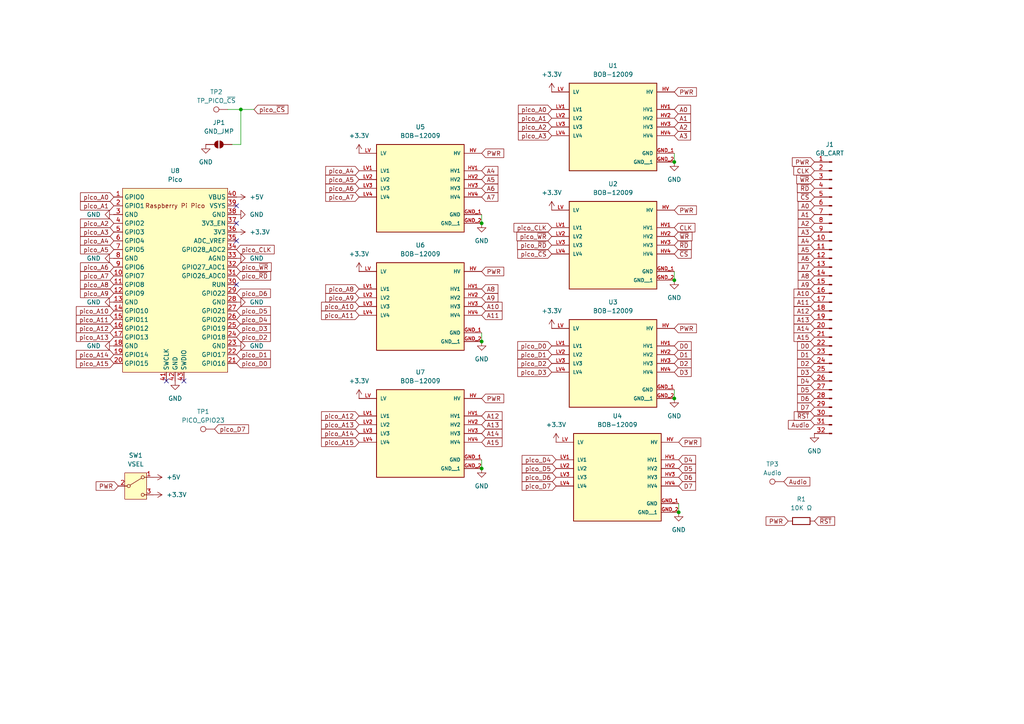
<source format=kicad_sch>
(kicad_sch (version 20231120) (generator "eeschema") (generator_version "8.0")
  (paper "A4")
  (title_block (title "Shawazu GB Dumper") (date "2024-03-28") (rev "1.0") (company "tihmstar"))
  (lib_symbols
    (symbol "BOB-12009:BOB-12009" (pin_names (offset 1.016))
      (property "Reference" "U" (at -12.7 11.43 0))
      (property "Value" "BOB-12009" (at -12.7 -17.78 0))
      (symbol "BOB-12009_0_0"
        (rectangle (start -12.7 -15.24) (end 12.7 10.16) (stroke (width 0.254)) (fill (type background)))
        (pin power_in line (at 17.78 -10.16 180) (length 5.08) (name "GND") (number "GND_1"))
        (pin power_in line (at 17.78 -12.7 180) (length 5.08) (name "GND__1") (number "GND_2"))
        (pin bidirectional line (at 17.78 7.62 180) (length 5.08) (name "HV") (number "HV"))
        (pin bidirectional line (at 17.78 2.54 180) (length 5.08) (name "HV1") (number "HV1"))
        (pin bidirectional line (at 17.78 0 180) (length 5.08) (name "HV2") (number "HV2"))
        (pin bidirectional line (at 17.78 -2.54 180) (length 5.08) (name "HV3") (number "HV3"))
        (pin bidirectional line (at 17.78 -5.08 180) (length 5.08) (name "HV4") (number "HV4"))
        (pin bidirectional line (at -17.78 7.62 0) (length 5.08) (name "LV") (number "LV"))
        (pin bidirectional line (at -17.78 2.54 0) (length 5.08) (name "LV1") (number "LV1"))
        (pin bidirectional line (at -17.78 0 0) (length 5.08) (name "LV2") (number "LV2"))
        (pin bidirectional line (at -17.78 -2.54 0) (length 5.08) (name "LV3") (number "LV3"))
        (pin bidirectional line (at -17.78 -5.08 0) (length 5.08) (name "LV4") (number "LV4"))
      )
    )
    (symbol "Connector:Conn_01x32_Pin" (pin_names (offset 1.016) hide)
      (property "Reference" "J" (at 0 40.64 0))
      (property "Value" "Conn_01x32_Pin" (at 0 -43.18 0))
      (symbol "Conn_01x32_Pin_1_1"
        (polyline (pts (xy 1.27 -40.64) (xy 0.8636 -40.64)) (stroke (width 0.1524)))
        (polyline (pts (xy 1.27 -38.1) (xy 0.8636 -38.1)) (stroke (width 0.1524)))
        (polyline (pts (xy 1.27 -35.56) (xy 0.8636 -35.56)) (stroke (width 0.1524)))
        (polyline (pts (xy 1.27 -33.02) (xy 0.8636 -33.02)) (stroke (width 0.1524)))
        (polyline (pts (xy 1.27 -30.48) (xy 0.8636 -30.48)) (stroke (width 0.1524)))
        (polyline (pts (xy 1.27 -27.94) (xy 0.8636 -27.94)) (stroke (width 0.1524)))
        (polyline (pts (xy 1.27 -25.4) (xy 0.8636 -25.4)) (stroke (width 0.1524)))
        (polyline (pts (xy 1.27 -22.86) (xy 0.8636 -22.86)) (stroke (width 0.1524)))
        (polyline (pts (xy 1.27 -20.32) (xy 0.8636 -20.32)) (stroke (width 0.1524)))
        (polyline (pts (xy 1.27 -17.78) (xy 0.8636 -17.78)) (stroke (width 0.1524)))
        (polyline (pts (xy 1.27 -15.24) (xy 0.8636 -15.24)) (stroke (width 0.1524)))
        (polyline (pts (xy 1.27 -12.7) (xy 0.8636 -12.7)) (stroke (width 0.1524)))
        (polyline (pts (xy 1.27 -10.16) (xy 0.8636 -10.16)) (stroke (width 0.1524)))
        (polyline (pts (xy 1.27 -7.62) (xy 0.8636 -7.62)) (stroke (width 0.1524)))
        (polyline (pts (xy 1.27 -5.08) (xy 0.8636 -5.08)) (stroke (width 0.1524)))
        (polyline (pts (xy 1.27 -2.54) (xy 0.8636 -2.54)) (stroke (width 0.1524)))
        (polyline (pts (xy 1.27 0) (xy 0.8636 0)) (stroke (width 0.1524)))
        (polyline (pts (xy 1.27 2.54) (xy 0.8636 2.54)) (stroke (width 0.1524)))
        (polyline (pts (xy 1.27 5.08) (xy 0.8636 5.08)) (stroke (width 0.1524)))
        (polyline (pts (xy 1.27 7.62) (xy 0.8636 7.62)) (stroke (width 0.1524)))
        (polyline (pts (xy 1.27 10.16) (xy 0.8636 10.16)) (stroke (width 0.1524)))
        (polyline (pts (xy 1.27 12.7) (xy 0.8636 12.7)) (stroke (width 0.1524)))
        (polyline (pts (xy 1.27 15.24) (xy 0.8636 15.24)) (stroke (width 0.1524)))
        (polyline (pts (xy 1.27 17.78) (xy 0.8636 17.78)) (stroke (width 0.1524)))
        (polyline (pts (xy 1.27 20.32) (xy 0.8636 20.32)) (stroke (width 0.1524)))
        (polyline (pts (xy 1.27 22.86) (xy 0.8636 22.86)) (stroke (width 0.1524)))
        (polyline (pts (xy 1.27 25.4) (xy 0.8636 25.4)) (stroke (width 0.1524)))
        (polyline (pts (xy 1.27 27.94) (xy 0.8636 27.94)) (stroke (width 0.1524)))
        (polyline (pts (xy 1.27 30.48) (xy 0.8636 30.48)) (stroke (width 0.1524)))
        (polyline (pts (xy 1.27 33.02) (xy 0.8636 33.02)) (stroke (width 0.1524)))
        (polyline (pts (xy 1.27 35.56) (xy 0.8636 35.56)) (stroke (width 0.1524)))
        (polyline (pts (xy 1.27 38.1) (xy 0.8636 38.1)) (stroke (width 0.1524)))
        (rectangle (start 0.8636 -40.513) (end 0 -40.767) (stroke (width 0.1524)) (fill (type outline)))
        (rectangle (start 0.8636 -37.973) (end 0 -38.227) (stroke (width 0.1524)) (fill (type outline)))
        (rectangle (start 0.8636 -35.433) (end 0 -35.687) (stroke (width 0.1524)) (fill (type outline)))
        (rectangle (start 0.8636 -32.893) (end 0 -33.147) (stroke (width 0.1524)) (fill (type outline)))
        (rectangle (start 0.8636 -30.353) (end 0 -30.607) (stroke (width 0.1524)) (fill (type outline)))
        (rectangle (start 0.8636 -27.813) (end 0 -28.067) (stroke (width 0.1524)) (fill (type outline)))
        (rectangle (start 0.8636 -25.273) (end 0 -25.527) (stroke (width 0.1524)) (fill (type outline)))
        (rectangle (start 0.8636 -22.733) (end 0 -22.987) (stroke (width 0.1524)) (fill (type outline)))
        (rectangle (start 0.8636 -20.193) (end 0 -20.447) (stroke (width 0.1524)) (fill (type outline)))
        (rectangle (start 0.8636 -17.653) (end 0 -17.907) (stroke (width 0.1524)) (fill (type outline)))
        (rectangle (start 0.8636 -15.113) (end 0 -15.367) (stroke (width 0.1524)) (fill (type outline)))
        (rectangle (start 0.8636 -12.573) (end 0 -12.827) (stroke (width 0.1524)) (fill (type outline)))
        (rectangle (start 0.8636 -10.033) (end 0 -10.287) (stroke (width 0.1524)) (fill (type outline)))
        (rectangle (start 0.8636 -7.493) (end 0 -7.747) (stroke (width 0.1524)) (fill (type outline)))
        (rectangle (start 0.8636 -4.953) (end 0 -5.207) (stroke (width 0.1524)) (fill (type outline)))
        (rectangle (start 0.8636 -2.413) (end 0 -2.667) (stroke (width 0.1524)) (fill (type outline)))
        (rectangle (start 0.8636 0.127) (end 0 -0.127) (stroke (width 0.1524)) (fill (type outline)))
        (rectangle (start 0.8636 2.667) (end 0 2.413) (stroke (width 0.1524)) (fill (type outline)))
        (rectangle (start 0.8636 5.207) (end 0 4.953) (stroke (width 0.1524)) (fill (type outline)))
        (rectangle (start 0.8636 7.747) (end 0 7.493) (stroke (width 0.1524)) (fill (type outline)))
        (rectangle (start 0.8636 10.287) (end 0 10.033) (stroke (width 0.1524)) (fill (type outline)))
        (rectangle (start 0.8636 12.827) (end 0 12.573) (stroke (width 0.1524)) (fill (type outline)))
        (rectangle (start 0.8636 15.367) (end 0 15.113) (stroke (width 0.1524)) (fill (type outline)))
        (rectangle (start 0.8636 17.907) (end 0 17.653) (stroke (width 0.1524)) (fill (type outline)))
        (rectangle (start 0.8636 20.447) (end 0 20.193) (stroke (width 0.1524)) (fill (type outline)))
        (rectangle (start 0.8636 22.987) (end 0 22.733) (stroke (width 0.1524)) (fill (type outline)))
        (rectangle (start 0.8636 25.527) (end 0 25.273) (stroke (width 0.1524)) (fill (type outline)))
        (rectangle (start 0.8636 28.067) (end 0 27.813) (stroke (width 0.1524)) (fill (type outline)))
        (rectangle (start 0.8636 30.607) (end 0 30.353) (stroke (width 0.1524)) (fill (type outline)))
        (rectangle (start 0.8636 33.147) (end 0 32.893) (stroke (width 0.1524)) (fill (type outline)))
        (rectangle (start 0.8636 35.687) (end 0 35.433) (stroke (width 0.1524)) (fill (type outline)))
        (rectangle (start 0.8636 38.227) (end 0 37.973) (stroke (width 0.1524)) (fill (type outline)))
        (pin passive line (at 5.08 38.1 180) (length 3.81) (name "Pin_1") (number "1"))
        (pin passive line (at 5.08 15.24 180) (length 3.81) (name "Pin_10") (number "10"))
        (pin passive line (at 5.08 12.7 180) (length 3.81) (name "Pin_11") (number "11"))
        (pin passive line (at 5.08 10.16 180) (length 3.81) (name "Pin_12") (number "12"))
        (pin passive line (at 5.08 7.62 180) (length 3.81) (name "Pin_13") (number "13"))
        (pin passive line (at 5.08 5.08 180) (length 3.81) (name "Pin_14") (number "14"))
        (pin passive line (at 5.08 2.54 180) (length 3.81) (name "Pin_15") (number "15"))
        (pin passive line (at 5.08 0 180) (length 3.81) (name "Pin_16") (number "16"))
        (pin passive line (at 5.08 -2.54 180) (length 3.81) (name "Pin_17") (number "17"))
        (pin passive line (at 5.08 -5.08 180) (length 3.81) (name "Pin_18") (number "18"))
        (pin passive line (at 5.08 -7.62 180) (length 3.81) (name "Pin_19") (number "19"))
        (pin passive line (at 5.08 35.56 180) (length 3.81) (name "Pin_2") (number "2"))
        (pin passive line (at 5.08 -10.16 180) (length 3.81) (name "Pin_20") (number "20"))
        (pin passive line (at 5.08 -12.7 180) (length 3.81) (name "Pin_21") (number "21"))
        (pin passive line (at 5.08 -15.24 180) (length 3.81) (name "Pin_22") (number "22"))
        (pin passive line (at 5.08 -17.78 180) (length 3.81) (name "Pin_23") (number "23"))
        (pin passive line (at 5.08 -20.32 180) (length 3.81) (name "Pin_24") (number "24"))
        (pin passive line (at 5.08 -22.86 180) (length 3.81) (name "Pin_25") (number "25"))
        (pin passive line (at 5.08 -25.4 180) (length 3.81) (name "Pin_26") (number "26"))
        (pin passive line (at 5.08 -27.94 180) (length 3.81) (name "Pin_27") (number "27"))
        (pin passive line (at 5.08 -30.48 180) (length 3.81) (name "Pin_28") (number "28"))
        (pin passive line (at 5.08 -33.02 180) (length 3.81) (name "Pin_29") (number "29"))
        (pin passive line (at 5.08 33.02 180) (length 3.81) (name "Pin_3") (number "3"))
        (pin passive line (at 5.08 -35.56 180) (length 3.81) (name "Pin_30") (number "30"))
        (pin passive line (at 5.08 -38.1 180) (length 3.81) (name "Pin_31") (number "31"))
        (pin passive line (at 5.08 -40.64 180) (length 3.81) (name "Pin_32") (number "32"))
        (pin passive line (at 5.08 30.48 180) (length 3.81) (name "Pin_4") (number "4"))
        (pin passive line (at 5.08 27.94 180) (length 3.81) (name "Pin_5") (number "5"))
        (pin passive line (at 5.08 25.4 180) (length 3.81) (name "Pin_6") (number "6"))
        (pin passive line (at 5.08 22.86 180) (length 3.81) (name "Pin_7") (number "7"))
        (pin passive line (at 5.08 20.32 180) (length 3.81) (name "Pin_8") (number "8"))
        (pin passive line (at 5.08 17.78 180) (length 3.81) (name "Pin_9") (number "9"))
      )
    )
    (symbol "Connector:TestPoint" (pin_numbers hide) (pin_names (offset 0.762) hide)
      (property "Reference" "TP" (at 0 6.858 0))
      (property "Value" "TestPoint" (at 0 5.08 0))
      (symbol "TestPoint_0_1"
        (circle (center 0 3.302) (radius 0.762))
      )
      (symbol "TestPoint_1_1"
        (pin passive line (at 0 0 90) (length 2.54) (name "1") (number "1"))
      )
    )
    (symbol "Device:R" (pin_numbers hide) (pin_names (offset 0))
      (property "Reference" "R" (at 2.032 0 90))
      (property "Value" "R" (at 0 0 90))
      (symbol "R_0_1"
        (rectangle (start -1.016 -2.54) (end 1.016 2.54) (stroke (width 0.254)))
      )
      (symbol "R_1_1"
        (pin passive line (at 0 3.81 270) (length 1.27) (name "~") (number "1"))
        (pin passive line (at 0 -3.81 90) (length 1.27) (name "~") (number "2"))
      )
    )
    (symbol "Jumper:SolderJumper_2_Open" (pin_numbers hide) (pin_names (offset 0) hide) (exclude_from_sim yes) (in_bom no)
      (property "Reference" "JP" (at 0 2.032 0))
      (property "Value" "SolderJumper_2_Open" (at 0 -2.54 0))
      (symbol "SolderJumper_2_Open_0_1"
        (arc (start -0.254 1.016) (mid -1.2656 0) (end -0.254 -1.016))
        (arc (start -0.254 1.016) (mid -1.2656 0) (end -0.254 -1.016) (fill (type outline)))
        (polyline (pts (xy -0.254 1.016) (xy -0.254 -1.016)))
        (polyline (pts (xy 0.254 1.016) (xy 0.254 -1.016)))
        (arc (start 0.254 -1.016) (mid 1.2656 0) (end 0.254 1.016))
        (arc (start 0.254 -1.016) (mid 1.2656 0) (end 0.254 1.016) (fill (type outline)))
      )
      (symbol "SolderJumper_2_Open_1_1"
        (pin passive line (at -3.81 0 0) (length 2.54) (name "A") (number "1"))
        (pin passive line (at 3.81 0 180) (length 2.54) (name "B") (number "2"))
      )
    )
    (symbol "MCU_RaspberryPi_and_Boards:Pico"
      (property "Reference" "U8" (at 0 31.75 0))
      (property "Value" "Pico" (at 0 29.21 0))
      (symbol "Pico_0_0"
        (text "Raspberry Pi Pico" (at 0 21.59 0) (effects (font (size 1.27 1.27))))
      )
      (symbol "Pico_0_1"
        (rectangle (start -15.24 26.67) (end 15.24 -26.67) (fill (type background)))
      )
      (symbol "Pico_1_1"
        (pin bidirectional line (at -17.78 24.13 0) (length 2.54) (name "GPIO0") (number "1"))
        (pin bidirectional line (at -17.78 1.27 0) (length 2.54) (name "GPIO7") (number "10"))
        (pin bidirectional line (at -17.78 -1.27 0) (length 2.54) (name "GPIO8") (number "11"))
        (pin bidirectional line (at -17.78 -3.81 0) (length 2.54) (name "GPIO9") (number "12"))
        (pin power_in line (at -17.78 -6.35 0) (length 2.54) (name "GND") (number "13"))
        (pin bidirectional line (at -17.78 -8.89 0) (length 2.54) (name "GPIO10") (number "14"))
        (pin bidirectional line (at -17.78 -11.43 0) (length 2.54) (name "GPIO11") (number "15"))
        (pin bidirectional line (at -17.78 -13.97 0) (length 2.54) (name "GPIO12") (number "16"))
        (pin bidirectional line (at -17.78 -16.51 0) (length 2.54) (name "GPIO13") (number "17"))
        (pin power_in line (at -17.78 -19.05 0) (length 2.54) (name "GND") (number "18"))
        (pin bidirectional line (at -17.78 -21.59 0) (length 2.54) (name "GPIO14") (number "19"))
        (pin bidirectional line (at -17.78 21.59 0) (length 2.54) (name "GPIO1") (number "2"))
        (pin bidirectional line (at -17.78 -24.13 0) (length 2.54) (name "GPIO15") (number "20"))
        (pin bidirectional line (at 17.78 -24.13 180) (length 2.54) (name "GPIO16") (number "21"))
        (pin bidirectional line (at 17.78 -21.59 180) (length 2.54) (name "GPIO17") (number "22"))
        (pin power_in line (at 17.78 -19.05 180) (length 2.54) (name "GND") (number "23"))
        (pin bidirectional line (at 17.78 -16.51 180) (length 2.54) (name "GPIO18") (number "24"))
        (pin bidirectional line (at 17.78 -13.97 180) (length 2.54) (name "GPIO19") (number "25"))
        (pin bidirectional line (at 17.78 -11.43 180) (length 2.54) (name "GPIO20") (number "26"))
        (pin bidirectional line (at 17.78 -8.89 180) (length 2.54) (name "GPIO21") (number "27"))
        (pin power_in line (at 17.78 -6.35 180) (length 2.54) (name "GND") (number "28"))
        (pin bidirectional line (at 17.78 -3.81 180) (length 2.54) (name "GPIO22") (number "29"))
        (pin power_in line (at -17.78 19.05 0) (length 2.54) (name "GND") (number "3"))
        (pin input line (at 17.78 -1.27 180) (length 2.54) (name "RUN") (number "30"))
        (pin bidirectional line (at 17.78 1.27 180) (length 2.54) (name "GPIO26_ADC0") (number "31"))
        (pin bidirectional line (at 17.78 3.81 180) (length 2.54) (name "GPIO27_ADC1") (number "32"))
        (pin power_in line (at 17.78 6.35 180) (length 2.54) (name "AGND") (number "33"))
        (pin bidirectional line (at 17.78 8.89 180) (length 2.54) (name "GPIO28_ADC2") (number "34"))
        (pin power_in line (at 17.78 11.43 180) (length 2.54) (name "ADC_VREF") (number "35"))
        (pin power_out line (at 17.78 13.97 180) (length 2.54) (name "3V3") (number "36"))
        (pin input line (at 17.78 16.51 180) (length 2.54) (name "3V3_EN") (number "37"))
        (pin power_out line (at 17.78 19.05 180) (length 2.54) (name "GND") (number "38"))
        (pin power_in line (at 17.78 21.59 180) (length 2.54) (name "VSYS") (number "39"))
        (pin bidirectional line (at -17.78 16.51 0) (length 2.54) (name "GPIO2") (number "4"))
        (pin power_out line (at 17.78 24.13 180) (length 2.54) (name "VBUS") (number "40"))
        (pin input line (at -2.54 -29.21 90) (length 2.54) (name "SWCLK") (number "41"))
        (pin power_in line (at 0 -29.21 90) (length 2.54) (name "GND") (number "42"))
        (pin bidirectional line (at 2.54 -29.21 90) (length 2.54) (name "SWDIO") (number "43"))
        (pin bidirectional line (at -17.78 13.97 0) (length 2.54) (name "GPIO3") (number "5"))
        (pin bidirectional line (at -17.78 11.43 0) (length 2.54) (name "GPIO4") (number "6"))
        (pin bidirectional line (at -17.78 8.89 0) (length 2.54) (name "GPIO5") (number "7"))
        (pin power_in line (at -17.78 6.35 0) (length 2.54) (name "GND") (number "8"))
        (pin bidirectional line (at -17.78 3.81 0) (length 2.54) (name "GPIO6") (number "9"))
      )
    )
    (symbol "Switch:SW_SPDT" (pin_names (offset 0) hide)
      (property "Reference" "SW" (at 0 5.08 0))
      (property "Value" "SW_SPDT" (at 0 -5.08 0))
      (symbol "SW_SPDT_0_1"
        (circle (center -2.032 0) (radius 0.4572))
        (polyline (pts (xy -1.651 0.254) (xy 1.651 2.286)))
        (circle (center 2.032 -2.54) (radius 0.4572))
        (circle (center 2.032 2.54) (radius 0.4572))
      )
      (symbol "SW_SPDT_1_1"
        (rectangle (start -3.175 3.81) (end 3.175 -3.81) (fill (type background)))
        (pin passive line (at 5.08 2.54 180) (length 2.54) (name "A") (number "1"))
        (pin passive line (at -5.08 0 0) (length 2.54) (name "B") (number "2"))
        (pin passive line (at 5.08 -2.54 180) (length 2.54) (name "C") (number "3"))
      )
    )
    (symbol "power:+3.3V" (power) (pin_numbers hide) (pin_names (offset 0) hide)
      (property "Value" "+3.3V" (at 0 3.556 0))
      (symbol "+3.3V_0_1"
        (polyline (pts (xy -0.762 1.27) (xy 0 2.54)))
        (polyline (pts (xy 0 0) (xy 0 2.54)))
        (polyline (pts (xy 0 2.54) (xy 0.762 1.27)))
      )
      (symbol "+3.3V_1_1"
        (pin power_in line (at 0 0 90) (length 0) (name "~") (number "1"))
      )
    )
    (symbol "power:+5V" (power) (pin_numbers hide) (pin_names (offset 0) hide)
      (property "Value" "+5V" (at 0 3.556 0))
      (symbol "+5V_0_1"
        (polyline (pts (xy -0.762 1.27) (xy 0 2.54)))
        (polyline (pts (xy 0 0) (xy 0 2.54)))
        (polyline (pts (xy 0 2.54) (xy 0.762 1.27)))
      )
      (symbol "+5V_1_1"
        (pin power_in line (at 0 0 90) (length 0) (name "~") (number "1"))
      )
    )
    (symbol "power:GND" (power) (pin_numbers hide) (pin_names (offset 0) hide)
      (property "Value" "GND" (at 0 -3.81 0))
      (symbol "GND_0_1"
        (polyline (pts (xy 0 0) (xy 0 -1.27) (xy 1.27 -1.27) (xy 0 -2.54) (xy -1.27 -1.27) (xy 0 -1.27)))
      )
      (symbol "GND_1_1"
        (pin power_in line (at 0 0 270) (length 0) (name "~") (number "1"))
      )
    )
  )
  (junction (at 196.85 148.59))
  (junction (at 195.58 81.28))
  (junction (at 139.7 135.89))
  (junction (at 69.85 31.75))
  (junction (at 139.7 64.77))
  (junction (at 195.58 46.99))
  (junction (at 195.58 115.57))
  (junction (at 139.7 99.06))
  (no_connect (at 48.26 110.49))
  (no_connect (at 53.34 110.49))
  (no_connect (at 68.58 59.69))
  (no_connect (at 68.58 64.77))
  (no_connect (at 68.58 69.85))
  (no_connect (at 68.58 82.55))
  (wire (pts (xy 139.7 96.52) (xy 139.7 99.06)))
  (wire (pts (xy 195.58 113.03) (xy 195.58 115.57)))
  (wire (pts (xy 196.85 146.05) (xy 196.85 148.59)))
  (wire (pts (xy 139.7 133.35) (xy 139.7 135.89)))
  (wire (pts (xy 195.58 44.45) (xy 195.58 46.99)))
  (wire (pts (xy 69.85 41.91) (xy 69.85 31.75)))
  (wire (pts (xy 66.04 31.75) (xy 69.85 31.75)))
  (wire (pts (xy 195.58 78.74) (xy 195.58 81.28)))
  (wire (pts (xy 67.31 41.91) (xy 69.85 41.91)))
  (wire (pts (xy 69.85 31.75) (xy 73.66 31.75)))
  (wire (pts (xy 139.7 62.23) (xy 139.7 64.77)))
  (global_label "A4" (shape input) (at 236.22 69.85 180) (property "Intersheetrefs" "${INTERSHEET_REFS}" (effects (hide yes))))
  (global_label "pico_~{WR}" (shape input) (at 68.58 77.47 0) (property "Intersheetrefs" "${INTERSHEET_REFS}" (effects (hide yes))))
  (global_label "A7" (shape input) (at 236.22 77.47 180) (property "Intersheetrefs" "${INTERSHEET_REFS}" (effects (hide yes))))
  (global_label "D1" (shape input) (at 236.22 102.87 180) (property "Intersheetrefs" "${INTERSHEET_REFS}" (effects (hide yes))))
  (global_label "~{CS}" (shape input) (at 236.22 57.15 180) (property "Intersheetrefs" "${INTERSHEET_REFS}" (effects (hide yes))))
  (global_label "A8" (shape input) (at 139.7 83.82 0) (property "Intersheetrefs" "${INTERSHEET_REFS}" (effects (hide yes))))
  (global_label "pico_A4" (shape input) (at 33.02 69.85 180) (property "Intersheetrefs" "${INTERSHEET_REFS}" (effects (hide yes))))
  (global_label "A9" (shape input) (at 236.22 82.55 180) (property "Intersheetrefs" "${INTERSHEET_REFS}" (effects (hide yes))))
  (global_label "pico_D7" (shape input) (at 161.29 140.97 180) (property "Intersheetrefs" "${INTERSHEET_REFS}" (effects (hide yes))))
  (global_label "pico_A6" (shape input) (at 33.02 77.47 180) (property "Intersheetrefs" "${INTERSHEET_REFS}" (effects (hide yes))))
  (global_label "D2" (shape input) (at 236.22 105.41 180) (property "Intersheetrefs" "${INTERSHEET_REFS}" (effects (hide yes))))
  (global_label "pico_A7" (shape input) (at 104.14 57.15 180) (property "Intersheetrefs" "${INTERSHEET_REFS}" (effects (hide yes))))
  (global_label "pico_~{CS}" (shape input) (at 160.02 73.66 180) (property "Intersheetrefs" "${INTERSHEET_REFS}" (effects (hide yes))))
  (global_label "pico_A8" (shape input) (at 33.02 82.55 180) (property "Intersheetrefs" "${INTERSHEET_REFS}" (effects (hide yes))))
  (global_label "A3" (shape input) (at 195.58 39.37 0) (property "Intersheetrefs" "${INTERSHEET_REFS}" (effects (hide yes))))
  (global_label "CLK" (shape input) (at 236.22 49.53 180) (property "Intersheetrefs" "${INTERSHEET_REFS}" (effects (hide yes))))
  (global_label "pico_A11" (shape input) (at 104.14 91.44 180) (property "Intersheetrefs" "${INTERSHEET_REFS}" (effects (hide yes))))
  (global_label "pico_A1" (shape input) (at 33.02 59.69 180) (property "Intersheetrefs" "${INTERSHEET_REFS}" (effects (hide yes))))
  (global_label "pico_A1" (shape input) (at 160.02 34.29 180) (property "Intersheetrefs" "${INTERSHEET_REFS}" (effects (hide yes))))
  (global_label "PWR" (shape input) (at 139.7 78.74 0) (property "Intersheetrefs" "${INTERSHEET_REFS}" (effects (hide yes))))
  (global_label "pico_D3" (shape input) (at 68.58 95.25 0) (property "Intersheetrefs" "${INTERSHEET_REFS}" (effects (hide yes))))
  (global_label "PWR" (shape input) (at 195.58 26.67 0) (property "Intersheetrefs" "${INTERSHEET_REFS}" (effects (hide yes))))
  (global_label "D4" (shape input) (at 196.85 133.35 0) (property "Intersheetrefs" "${INTERSHEET_REFS}" (effects (hide yes))))
  (global_label "A14" (shape input) (at 139.7 125.73 0) (property "Intersheetrefs" "${INTERSHEET_REFS}" (effects (hide yes))))
  (global_label "pico_A5" (shape input) (at 104.14 52.07 180) (property "Intersheetrefs" "${INTERSHEET_REFS}" (effects (hide yes))))
  (global_label "A11" (shape input) (at 236.22 87.63 180) (property "Intersheetrefs" "${INTERSHEET_REFS}" (effects (hide yes))))
  (global_label "A15" (shape input) (at 236.22 97.79 180) (property "Intersheetrefs" "${INTERSHEET_REFS}" (effects (hide yes))))
  (global_label "~{RD}" (shape input) (at 195.58 71.12 0) (property "Intersheetrefs" "${INTERSHEET_REFS}" (effects (hide yes))))
  (global_label "A6" (shape input) (at 236.22 74.93 180) (property "Intersheetrefs" "${INTERSHEET_REFS}" (effects (hide yes))))
  (global_label "pico_D1" (shape input) (at 68.58 102.87 0) (property "Intersheetrefs" "${INTERSHEET_REFS}" (effects (hide yes))))
  (global_label "~{RST}" (shape input) (at 236.22 120.65 180) (property "Intersheetrefs" "${INTERSHEET_REFS}" (effects (hide yes))))
  (global_label "~{WR}" (shape input) (at 236.22 52.07 180) (property "Intersheetrefs" "${INTERSHEET_REFS}" (effects (hide yes))))
  (global_label "A4" (shape input) (at 139.7 49.53 0) (property "Intersheetrefs" "${INTERSHEET_REFS}" (effects (hide yes))))
  (global_label "A1" (shape input) (at 236.22 62.23 180) (property "Intersheetrefs" "${INTERSHEET_REFS}" (effects (hide yes))))
  (global_label "D3" (shape input) (at 195.58 107.95 0) (property "Intersheetrefs" "${INTERSHEET_REFS}" (effects (hide yes))))
  (global_label "A3" (shape input) (at 236.22 67.31 180) (property "Intersheetrefs" "${INTERSHEET_REFS}" (effects (hide yes))))
  (global_label "A5" (shape input) (at 236.22 72.39 180) (property "Intersheetrefs" "${INTERSHEET_REFS}" (effects (hide yes))))
  (global_label "~{WR}" (shape input) (at 195.58 68.58 0) (property "Intersheetrefs" "${INTERSHEET_REFS}" (effects (hide yes))))
  (global_label "D5" (shape input) (at 196.85 135.89 0) (property "Intersheetrefs" "${INTERSHEET_REFS}" (effects (hide yes))))
  (global_label "Audio" (shape input) (at 227.33 139.7 0) (property "Intersheetrefs" "${INTERSHEET_REFS}" (effects (hide yes))))
  (global_label "pico_A2" (shape input) (at 33.02 64.77 180) (property "Intersheetrefs" "${INTERSHEET_REFS}" (effects (hide yes))))
  (global_label "A10" (shape input) (at 139.7 88.9 0) (property "Intersheetrefs" "${INTERSHEET_REFS}" (effects (hide yes))))
  (global_label "CLK" (shape input) (at 195.58 66.04 0) (property "Intersheetrefs" "${INTERSHEET_REFS}" (effects (hide yes))))
  (global_label "PWR" (shape input) (at 236.22 46.99 180) (property "Intersheetrefs" "${INTERSHEET_REFS}" (effects (hide yes))))
  (global_label "PWR" (shape input) (at 196.85 128.27 0) (property "Intersheetrefs" "${INTERSHEET_REFS}" (effects (hide yes))))
  (global_label "A13" (shape input) (at 139.7 123.19 0) (property "Intersheetrefs" "${INTERSHEET_REFS}" (effects (hide yes))))
  (global_label "A6" (shape input) (at 139.7 54.61 0) (property "Intersheetrefs" "${INTERSHEET_REFS}" (effects (hide yes))))
  (global_label "pico_A9" (shape input) (at 33.02 85.09 180) (property "Intersheetrefs" "${INTERSHEET_REFS}" (effects (hide yes))))
  (global_label "D1" (shape input) (at 195.58 102.87 0) (property "Intersheetrefs" "${INTERSHEET_REFS}" (effects (hide yes))))
  (global_label "pico_A9" (shape input) (at 104.14 86.36 180) (property "Intersheetrefs" "${INTERSHEET_REFS}" (effects (hide yes))))
  (global_label "Audio" (shape input) (at 236.22 123.19 180) (property "Intersheetrefs" "${INTERSHEET_REFS}" (effects (hide yes))))
  (global_label "pico_D2" (shape input) (at 160.02 105.41 180) (property "Intersheetrefs" "${INTERSHEET_REFS}" (effects (hide yes))))
  (global_label "pico_D4" (shape input) (at 68.58 92.71 0) (property "Intersheetrefs" "${INTERSHEET_REFS}" (effects (hide yes))))
  (global_label "A13" (shape input) (at 236.22 92.71 180) (property "Intersheetrefs" "${INTERSHEET_REFS}" (effects (hide yes))))
  (global_label "A8" (shape input) (at 236.22 80.01 180) (property "Intersheetrefs" "${INTERSHEET_REFS}" (effects (hide yes))))
  (global_label "pico_A3" (shape input) (at 160.02 39.37 180) (property "Intersheetrefs" "${INTERSHEET_REFS}" (effects (hide yes))))
  (global_label "pico_D5" (shape input) (at 161.29 135.89 180) (property "Intersheetrefs" "${INTERSHEET_REFS}" (effects (hide yes))))
  (global_label "A9" (shape input) (at 139.7 86.36 0) (property "Intersheetrefs" "${INTERSHEET_REFS}" (effects (hide yes))))
  (global_label "pico_A10" (shape input) (at 33.02 90.17 180) (property "Intersheetrefs" "${INTERSHEET_REFS}" (effects (hide yes))))
  (global_label "pico_D3" (shape input) (at 160.02 107.95 180) (property "Intersheetrefs" "${INTERSHEET_REFS}" (effects (hide yes))))
  (global_label "pico_D7" (shape input) (at 62.23 124.46 0) (property "Intersheetrefs" "${INTERSHEET_REFS}" (effects (hide yes))))
  (global_label "PWR" (shape input) (at 228.6 151.13 180) (property "Intersheetrefs" "${INTERSHEET_REFS}" (effects (hide yes))))
  (global_label "A1" (shape input) (at 195.58 34.29 0) (property "Intersheetrefs" "${INTERSHEET_REFS}" (effects (hide yes))))
  (global_label "D0" (shape input) (at 195.58 100.33 0) (property "Intersheetrefs" "${INTERSHEET_REFS}" (effects (hide yes))))
  (global_label "A2" (shape input) (at 236.22 64.77 180) (property "Intersheetrefs" "${INTERSHEET_REFS}" (effects (hide yes))))
  (global_label "pico_A10" (shape input) (at 104.14 88.9 180) (property "Intersheetrefs" "${INTERSHEET_REFS}" (effects (hide yes))))
  (global_label "pico_D1" (shape input) (at 160.02 102.87 180) (property "Intersheetrefs" "${INTERSHEET_REFS}" (effects (hide yes))))
  (global_label "D6" (shape input) (at 236.22 115.57 180) (property "Intersheetrefs" "${INTERSHEET_REFS}" (effects (hide yes))))
  (global_label "PWR" (shape input) (at 139.7 44.45 0) (property "Intersheetrefs" "${INTERSHEET_REFS}" (effects (hide yes))))
  (global_label "pico_A4" (shape input) (at 104.14 49.53 180) (property "Intersheetrefs" "${INTERSHEET_REFS}" (effects (hide yes))))
  (global_label "pico_D2" (shape input) (at 68.58 97.79 0) (property "Intersheetrefs" "${INTERSHEET_REFS}" (effects (hide yes))))
  (global_label "pico_D0" (shape input) (at 160.02 100.33 180) (property "Intersheetrefs" "${INTERSHEET_REFS}" (effects (hide yes))))
  (global_label "pico_~{RD}" (shape input) (at 160.02 71.12 180) (property "Intersheetrefs" "${INTERSHEET_REFS}" (effects (hide yes))))
  (global_label "A11" (shape input) (at 139.7 91.44 0) (property "Intersheetrefs" "${INTERSHEET_REFS}" (effects (hide yes))))
  (global_label "A7" (shape input) (at 139.7 57.15 0) (property "Intersheetrefs" "${INTERSHEET_REFS}" (effects (hide yes))))
  (global_label "pico_A14" (shape input) (at 104.14 125.73 180) (property "Intersheetrefs" "${INTERSHEET_REFS}" (effects (hide yes))))
  (global_label "A5" (shape input) (at 139.7 52.07 0) (property "Intersheetrefs" "${INTERSHEET_REFS}" (effects (hide yes))))
  (global_label "pico_D5" (shape input) (at 68.58 90.17 0) (property "Intersheetrefs" "${INTERSHEET_REFS}" (effects (hide yes))))
  (global_label "pico_A13" (shape input) (at 104.14 123.19 180) (property "Intersheetrefs" "${INTERSHEET_REFS}" (effects (hide yes))))
  (global_label "PWR" (shape input) (at 139.7 115.57 0) (property "Intersheetrefs" "${INTERSHEET_REFS}" (effects (hide yes))))
  (global_label "D7" (shape input) (at 196.85 140.97 0) (property "Intersheetrefs" "${INTERSHEET_REFS}" (effects (hide yes))))
  (global_label "pico_A13" (shape input) (at 33.02 97.79 180) (property "Intersheetrefs" "${INTERSHEET_REFS}" (effects (hide yes))))
  (global_label "PWR" (shape input) (at 195.58 95.25 0) (property "Intersheetrefs" "${INTERSHEET_REFS}" (effects (hide yes))))
  (global_label "pico_A3" (shape input) (at 33.02 67.31 180) (property "Intersheetrefs" "${INTERSHEET_REFS}" (effects (hide yes))))
  (global_label "pico_CLK" (shape input) (at 160.02 66.04 180) (property "Intersheetrefs" "${INTERSHEET_REFS}" (effects (hide yes))))
  (global_label "D0" (shape input) (at 236.22 100.33 180) (property "Intersheetrefs" "${INTERSHEET_REFS}" (effects (hide yes))))
  (global_label "A15" (shape input) (at 139.7 128.27 0) (property "Intersheetrefs" "${INTERSHEET_REFS}" (effects (hide yes))))
  (global_label "pico_CLK" (shape input) (at 68.58 72.39 0) (property "Intersheetrefs" "${INTERSHEET_REFS}" (effects (hide yes))))
  (global_label "PWR" (shape input) (at 195.58 60.96 0) (property "Intersheetrefs" "${INTERSHEET_REFS}" (effects (hide yes))))
  (global_label "A10" (shape input) (at 236.22 85.09 180) (property "Intersheetrefs" "${INTERSHEET_REFS}" (effects (hide yes))))
  (global_label "A0" (shape input) (at 195.58 31.75 0) (property "Intersheetrefs" "${INTERSHEET_REFS}" (effects (hide yes))))
  (global_label "~{RD}" (shape input) (at 236.22 54.61 180) (property "Intersheetrefs" "${INTERSHEET_REFS}" (effects (hide yes))))
  (global_label "pico_A8" (shape input) (at 104.14 83.82 180) (property "Intersheetrefs" "${INTERSHEET_REFS}" (effects (hide yes))))
  (global_label "A0" (shape input) (at 236.22 59.69 180) (property "Intersheetrefs" "${INTERSHEET_REFS}" (effects (hide yes))))
  (global_label "pico_D4" (shape input) (at 161.29 133.35 180) (property "Intersheetrefs" "${INTERSHEET_REFS}" (effects (hide yes))))
  (global_label "~{RST}" (shape input) (at 236.22 151.13 0) (property "Intersheetrefs" "${INTERSHEET_REFS}" (effects (hide yes))))
  (global_label "pico_A2" (shape input) (at 160.02 36.83 180) (property "Intersheetrefs" "${INTERSHEET_REFS}" (effects (hide yes))))
  (global_label "pico_A14" (shape input) (at 33.02 102.87 180) (property "Intersheetrefs" "${INTERSHEET_REFS}" (effects (hide yes))))
  (global_label "pico_A15" (shape input) (at 33.02 105.41 180) (property "Intersheetrefs" "${INTERSHEET_REFS}" (effects (hide yes))))
  (global_label "D2" (shape input) (at 195.58 105.41 0) (property "Intersheetrefs" "${INTERSHEET_REFS}" (effects (hide yes))))
  (global_label "A14" (shape input) (at 236.22 95.25 180) (property "Intersheetrefs" "${INTERSHEET_REFS}" (effects (hide yes))))
  (global_label "D6" (shape input) (at 196.85 138.43 0) (property "Intersheetrefs" "${INTERSHEET_REFS}" (effects (hide yes))))
  (global_label "pico_~{CS}" (shape input) (at 73.66 31.75 0) (property "Intersheetrefs" "${INTERSHEET_REFS}" (effects (hide yes))))
  (global_label "pico_D6" (shape input) (at 161.29 138.43 180) (property "Intersheetrefs" "${INTERSHEET_REFS}" (effects (hide yes))))
  (global_label "pico_A6" (shape input) (at 104.14 54.61 180) (property "Intersheetrefs" "${INTERSHEET_REFS}" (effects (hide yes))))
  (global_label "pico_A7" (shape input) (at 33.02 80.01 180) (property "Intersheetrefs" "${INTERSHEET_REFS}" (effects (hide yes))))
  (global_label "~{CS}" (shape input) (at 195.58 73.66 0) (property "Intersheetrefs" "${INTERSHEET_REFS}" (effects (hide yes))))
  (global_label "pico_A12" (shape input) (at 33.02 95.25 180) (property "Intersheetrefs" "${INTERSHEET_REFS}" (effects (hide yes))))
  (global_label "pico_A12" (shape input) (at 104.14 120.65 180) (property "Intersheetrefs" "${INTERSHEET_REFS}" (effects (hide yes))))
  (global_label "pico_A0" (shape input) (at 160.02 31.75 180) (property "Intersheetrefs" "${INTERSHEET_REFS}" (effects (hide yes))))
  (global_label "D7" (shape input) (at 236.22 118.11 180) (property "Intersheetrefs" "${INTERSHEET_REFS}" (effects (hide yes))))
  (global_label "D5" (shape input) (at 236.22 113.03 180) (property "Intersheetrefs" "${INTERSHEET_REFS}" (effects (hide yes))))
  (global_label "A12" (shape input) (at 139.7 120.65 0) (property "Intersheetrefs" "${INTERSHEET_REFS}" (effects (hide yes))))
  (global_label "PWR" (shape input) (at 34.29 140.97 180) (property "Intersheetrefs" "${INTERSHEET_REFS}" (effects (hide yes))))
  (global_label "A2" (shape input) (at 195.58 36.83 0) (property "Intersheetrefs" "${INTERSHEET_REFS}" (effects (hide yes))))
  (global_label "D3" (shape input) (at 236.22 107.95 180) (property "Intersheetrefs" "${INTERSHEET_REFS}" (effects (hide yes))))
  (global_label "D4" (shape input) (at 236.22 110.49 180) (property "Intersheetrefs" "${INTERSHEET_REFS}" (effects (hide yes))))
  (global_label "pico_~{RD}" (shape input) (at 68.58 80.01 0) (property "Intersheetrefs" "${INTERSHEET_REFS}" (effects (hide yes))))
  (global_label "pico_A5" (shape input) (at 33.02 72.39 180) (property "Intersheetrefs" "${INTERSHEET_REFS}" (effects (hide yes))))
  (global_label "pico_D0" (shape input) (at 68.58 105.41 0) (property "Intersheetrefs" "${INTERSHEET_REFS}" (effects (hide yes))))
  (global_label "pico_A0" (shape input) (at 33.02 57.15 180) (property "Intersheetrefs" "${INTERSHEET_REFS}" (effects (hide yes))))
  (global_label "pico_A11" (shape input) (at 33.02 92.71 180) (property "Intersheetrefs" "${INTERSHEET_REFS}" (effects (hide yes))))
  (global_label "pico_~{WR}" (shape input) (at 160.02 68.58 180) (property "Intersheetrefs" "${INTERSHEET_REFS}" (effects (hide yes))))
  (global_label "A12" (shape input) (at 236.22 90.17 180) (property "Intersheetrefs" "${INTERSHEET_REFS}" (effects (hide yes))))
  (global_label "pico_A15" (shape input) (at 104.14 128.27 180) (property "Intersheetrefs" "${INTERSHEET_REFS}" (effects (hide yes))))
  (global_label "pico_D6" (shape input) (at 68.58 85.09 0) (property "Intersheetrefs" "${INTERSHEET_REFS}" (effects (hide yes))))
  (symbol (lib_id "power:GND") (at 139.7 99.06 0) (unit 1)
    (property "Reference" "#PWR024" (effects (hide yes)))
    (property "Value" "GND" (at 139.7 104.14 0))
    (property "Description" "Power symbol creates a global label with name \"GND\" , ground" (effects (hide yes)))
  )
  (symbol (lib_id "Connector:Conn_01x32_Pin") (at 241.3 85.09 0) (mirror y) (unit 1)
    (property "Reference" "J1" (at 240.665 41.91 0))
    (property "Value" "GB_CART" (at 240.665 44.45 0))
    (property "Footprint" "GB_CART_4holes:GB_CART_4holes" (effects (hide yes)))
    (property "Description" "Generic connector, single row, 01x32, script generated" (effects (hide yes)))
  )
  (symbol (lib_id "MCU_RaspberryPi_and_Boards:Pico") (at 50.8 81.28 0) (unit 1)
    (property "Reference" "U8" (at 50.8 49.53 0))
    (property "Value" "Pico" (at 50.8 52.07 0))
    (property "Footprint" "MCU_RaspberryPi_and_Boards:RPi_Pico_SMD_TH" (effects (hide yes)))
  )
  (symbol (lib_id "power:GND") (at 195.58 81.28 0) (unit 1)
    (property "Reference" "#PWR011" (effects (hide yes)))
    (property "Value" "GND" (at 195.58 86.36 0))
    (property "Description" "Power symbol creates a global label with name \"GND\" , ground" (effects (hide yes)))
  )
  (symbol (lib_id "Connector:TestPoint") (at 66.04 31.75 90) (unit 1)
    (property "Reference" "TP2" (at 62.738 26.67 90))
    (property "Value" "TP_PICO_~{CS}" (at 62.738 29.21 90))
    (property "Footprint" "TestPoint:TestPoint_Pad_D2.0mm" (effects (hide yes)))
    (property "Description" "test point" (effects (hide yes)))
  )
  (symbol (lib_id "power:GND") (at 50.8 110.49 0) (unit 1)
    (property "Reference" "#PWR012" (effects (hide yes)))
    (property "Value" "GND" (at 50.8 115.57 0))
    (property "Description" "Power symbol creates a global label with name \"GND\" , ground" (effects (hide yes)))
  )
  (symbol (lib_id "power:GND") (at 195.58 115.57 0) (unit 1)
    (property "Reference" "#PWR07" (effects (hide yes)))
    (property "Value" "GND" (at 195.58 120.65 0))
    (property "Description" "Power symbol creates a global label with name \"GND\" , ground" (effects (hide yes)))
  )
  (symbol (lib_id "BOB-12009:BOB-12009") (at 177.8 68.58 0) (unit 1)
    (property "Reference" "U2" (at 177.8 53.34 0))
    (property "Value" "BOB-12009" (at 177.8 55.88 0))
    (property "Footprint" "BOB-12009:CONV_BOB-12009" (effects (hide yes)))
    (property "MF" "SparkFun" (effects (hide yes)))
    (property "MAXIMUM_PACKAGE_HEIGHT" "N/A" (effects (hide yes)))
    (property "Package" "None" (effects (hide yes)))
    (property "Price" "None" (effects (hide yes)))
    (property "Check_prices" "https://www.snapeda.com/parts/BOB-12009/SparkFun+Electronics/view-part/?ref=eda" (effects (hide yes)))
    (property "STANDARD" "Manufacturer Recommendations" (effects (hide yes)))
    (property "PARTREV" "01" (effects (hide yes)))
    (property "SnapEDA_Link" "https://www.snapeda.com/parts/BOB-12009/SparkFun+Electronics/view-part/?ref=snap" (effects (hide yes)))
    (property "MP" "BOB-12009" (effects (hide yes)))
    (property "Description_1" "\nBSS138 Logic-Level Translator Interface Evaluation Board\n" (effects (hide yes)))
    (property "Availability" "In Stock" (effects (hide yes)))
    (property "MANUFACTURER" "SparkFun Electronics" (effects (hide yes)))
  )
  (symbol (lib_id "power:GND") (at 33.02 100.33 270) (unit 1)
    (property "Reference" "#PWR019" (effects (hide yes)))
    (property "Value" "GND" (at 29.21 100.3299 90) (effects (justify right)))
    (property "Description" "Power symbol creates a global label with name \"GND\" , ground" (effects (hide yes)))
  )
  (symbol (lib_id "power:GND") (at 33.02 87.63 270) (unit 1)
    (property "Reference" "#PWR020" (effects (hide yes)))
    (property "Value" "GND" (at 29.21 87.6299 90) (effects (justify right)))
    (property "Description" "Power symbol creates a global label with name \"GND\" , ground" (effects (hide yes)))
  )
  (symbol (lib_id "power:GND") (at 68.58 74.93 90) (unit 1)
    (property "Reference" "#PWR016" (effects (hide yes)))
    (property "Value" "GND" (at 72.39 74.9299 90) (effects (justify right)))
    (property "Description" "Power symbol creates a global label with name \"GND\" , ground" (effects (hide yes)))
  )
  (symbol (lib_id "Device:R") (at 232.41 151.13 90) (unit 1)
    (property "Reference" "R1" (at 232.41 144.78 90))
    (property "Value" "10K Ω" (at 232.41 147.32 90))
    (property "Footprint" "Resistor_THT:R_Axial_DIN0309_L9.0mm_D3.2mm_P12.70mm_Horizontal" (effects (hide yes)))
    (property "Description" "Resistor" (effects (hide yes)))
  )
  (symbol (lib_id "Connector:TestPoint") (at 62.23 124.46 90) (unit 1)
    (property "Reference" "TP1" (at 58.928 119.38 90))
    (property "Value" "PICO_GPIO23" (at 58.928 121.92 90))
    (property "Footprint" "TestPoint:TestPoint_Plated_Hole_D4.0mm" (effects (hide yes)))
    (property "Description" "test point" (effects (hide yes)))
  )
  (symbol (lib_id "power:GND") (at 139.7 135.89 0) (unit 1)
    (property "Reference" "#PWR026" (effects (hide yes)))
    (property "Value" "GND" (at 139.7 140.97 0))
    (property "Description" "Power symbol creates a global label with name \"GND\" , ground" (effects (hide yes)))
  )
  (symbol (lib_id "power:GND") (at 33.02 74.93 270) (unit 1)
    (property "Reference" "#PWR021" (effects (hide yes)))
    (property "Value" "GND" (at 29.21 74.9299 90) (effects (justify right)))
    (property "Description" "Power symbol creates a global label with name \"GND\" , ground" (effects (hide yes)))
  )
  (symbol (lib_id "power:GND") (at 68.58 87.63 90) (unit 1)
    (property "Reference" "#PWR017" (effects (hide yes)))
    (property "Value" "GND" (at 72.39 87.6299 90) (effects (justify right)))
    (property "Description" "Power symbol creates a global label with name \"GND\" , ground" (effects (hide yes)))
  )
  (symbol (lib_id "power:GND") (at 33.02 62.23 270) (unit 1)
    (property "Reference" "#PWR022" (effects (hide yes)))
    (property "Value" "GND" (at 29.21 62.2299 90) (effects (justify right)))
    (property "Description" "Power symbol creates a global label with name \"GND\" , ground" (effects (hide yes)))
  )
  (symbol (lib_id "Connector:TestPoint") (at 227.33 139.7 90) (unit 1)
    (property "Reference" "TP3" (at 224.028 134.62 90))
    (property "Value" "Audio" (at 224.028 137.16 90))
    (property "Footprint" "TestPoint:TestPoint_Pad_D2.0mm" (effects (hide yes)))
    (property "Description" "test point" (effects (hide yes)))
  )
  (symbol (lib_id "power:+3.3V") (at 104.14 44.45 0) (unit 1)
    (property "Reference" "#PWR05" (effects (hide yes)))
    (property "Value" "+3.3V" (at 104.14 39.37 0))
    (property "Description" "Power symbol creates a global label with name \"+3.3V\"" (effects (hide yes)))
  )
  (symbol (lib_id "power:+5V") (at 68.58 57.15 270) (unit 1)
    (property "Reference" "#PWR015" (effects (hide yes)))
    (property "Value" "+5V" (at 72.39 57.1499 90) (effects (justify left)))
    (property "Description" "Power symbol creates a global label with name \"+5V\"" (effects (hide yes)))
  )
  (symbol (lib_id "power:GND") (at 196.85 148.59 0) (unit 1)
    (property "Reference" "#PWR09" (effects (hide yes)))
    (property "Value" "GND" (at 196.85 153.67 0))
    (property "Description" "Power symbol creates a global label with name \"GND\" , ground" (effects (hide yes)))
  )
  (symbol (lib_id "BOB-12009:BOB-12009") (at 177.8 102.87 0) (unit 1)
    (property "Reference" "U3" (at 177.8 87.63 0))
    (property "Value" "BOB-12009" (at 177.8 90.17 0))
    (property "Footprint" "BOB-12009:CONV_BOB-12009" (effects (hide yes)))
    (property "MF" "SparkFun" (effects (hide yes)))
    (property "MAXIMUM_PACKAGE_HEIGHT" "N/A" (effects (hide yes)))
    (property "Package" "None" (effects (hide yes)))
    (property "Price" "None" (effects (hide yes)))
    (property "Check_prices" "https://www.snapeda.com/parts/BOB-12009/SparkFun+Electronics/view-part/?ref=eda" (effects (hide yes)))
    (property "STANDARD" "Manufacturer Recommendations" (effects (hide yes)))
    (property "PARTREV" "01" (effects (hide yes)))
    (property "SnapEDA_Link" "https://www.snapeda.com/parts/BOB-12009/SparkFun+Electronics/view-part/?ref=snap" (effects (hide yes)))
    (property "MP" "BOB-12009" (effects (hide yes)))
    (property "Description_1" "\nBSS138 Logic-Level Translator Interface Evaluation Board\n" (effects (hide yes)))
    (property "Availability" "In Stock" (effects (hide yes)))
    (property "MANUFACTURER" "SparkFun Electronics" (effects (hide yes)))
  )
  (symbol (lib_id "power:+3.3V") (at 44.45 143.51 270) (unit 1)
    (property "Reference" "#PWR029" (effects (hide yes)))
    (property "Value" "+3.3V" (at 48.26 143.5099 90) (effects (justify left)))
    (property "Description" "Power symbol creates a global label with name \"+3.3V\"" (effects (hide yes)))
  )
  (symbol (lib_id "power:+3.3V") (at 160.02 26.67 0) (unit 1)
    (property "Reference" "#PWR02" (effects (hide yes)))
    (property "Value" "+3.3V" (at 160.02 21.59 0))
    (property "Description" "Power symbol creates a global label with name \"+3.3V\"" (effects (hide yes)))
  )
  (symbol (lib_id "power:GND") (at 195.58 46.99 0) (unit 1)
    (property "Reference" "#PWR010" (effects (hide yes)))
    (property "Value" "GND" (at 195.58 52.07 0))
    (property "Description" "Power symbol creates a global label with name \"GND\" , ground" (effects (hide yes)))
  )
  (symbol (lib_id "power:GND") (at 68.58 100.33 90) (unit 1)
    (property "Reference" "#PWR018" (effects (hide yes)))
    (property "Value" "GND" (at 72.39 100.3299 90) (effects (justify right)))
    (property "Description" "Power symbol creates a global label with name \"GND\" , ground" (effects (hide yes)))
  )
  (symbol (lib_id "BOB-12009:BOB-12009") (at 121.92 86.36 0) (unit 1)
    (property "Reference" "U6" (at 121.92 71.12 0))
    (property "Value" "BOB-12009" (at 121.92 73.66 0))
    (property "Footprint" "BOB-12009:CONV_BOB-12009" (effects (hide yes)))
    (property "MF" "SparkFun" (effects (hide yes)))
    (property "MAXIMUM_PACKAGE_HEIGHT" "N/A" (effects (hide yes)))
    (property "Package" "None" (effects (hide yes)))
    (property "Price" "None" (effects (hide yes)))
    (property "Check_prices" "https://www.snapeda.com/parts/BOB-12009/SparkFun+Electronics/view-part/?ref=eda" (effects (hide yes)))
    (property "STANDARD" "Manufacturer Recommendations" (effects (hide yes)))
    (property "PARTREV" "01" (effects (hide yes)))
    (property "SnapEDA_Link" "https://www.snapeda.com/parts/BOB-12009/SparkFun+Electronics/view-part/?ref=snap" (effects (hide yes)))
    (property "MP" "BOB-12009" (effects (hide yes)))
    (property "Description_1" "\nBSS138 Logic-Level Translator Interface Evaluation Board\n" (effects (hide yes)))
    (property "Availability" "In Stock" (effects (hide yes)))
    (property "MANUFACTURER" "SparkFun Electronics" (effects (hide yes)))
  )
  (symbol (lib_id "power:GND") (at 68.58 62.23 90) (unit 1)
    (property "Reference" "#PWR014" (effects (hide yes)))
    (property "Value" "GND" (at 72.39 62.2299 90) (effects (justify right)))
    (property "Description" "Power symbol creates a global label with name \"GND\" , ground" (effects (hide yes)))
  )
  (symbol (lib_id "BOB-12009:BOB-12009") (at 177.8 34.29 0) (unit 1)
    (property "Reference" "U1" (at 177.8 19.05 0))
    (property "Value" "BOB-12009" (at 177.8 21.59 0))
    (property "Footprint" "BOB-12009:CONV_BOB-12009" (effects (hide yes)))
    (property "MF" "SparkFun" (effects (hide yes)))
    (property "MAXIMUM_PACKAGE_HEIGHT" "N/A" (effects (hide yes)))
    (property "Package" "None" (effects (hide yes)))
    (property "Price" "None" (effects (hide yes)))
    (property "Check_prices" "https://www.snapeda.com/parts/BOB-12009/SparkFun+Electronics/view-part/?ref=eda" (effects (hide yes)))
    (property "STANDARD" "Manufacturer Recommendations" (effects (hide yes)))
    (property "PARTREV" "01" (effects (hide yes)))
    (property "SnapEDA_Link" "https://www.snapeda.com/parts/BOB-12009/SparkFun+Electronics/view-part/?ref=snap" (effects (hide yes)))
    (property "MP" "BOB-12009" (effects (hide yes)))
    (property "Description_1" "\nBSS138 Logic-Level Translator Interface Evaluation Board\n" (effects (hide yes)))
    (property "Availability" "In Stock" (effects (hide yes)))
    (property "MANUFACTURER" "SparkFun Electronics" (effects (hide yes)))
  )
  (symbol (lib_id "BOB-12009:BOB-12009") (at 121.92 123.19 0) (unit 1)
    (property "Reference" "U7" (at 121.92 107.95 0))
    (property "Value" "BOB-12009" (at 121.92 110.49 0))
    (property "Footprint" "BOB-12009:CONV_BOB-12009" (effects (hide yes)))
    (property "MF" "SparkFun" (effects (hide yes)))
    (property "MAXIMUM_PACKAGE_HEIGHT" "N/A" (effects (hide yes)))
    (property "Package" "None" (effects (hide yes)))
    (property "Price" "None" (effects (hide yes)))
    (property "Check_prices" "https://www.snapeda.com/parts/BOB-12009/SparkFun+Electronics/view-part/?ref=eda" (effects (hide yes)))
    (property "STANDARD" "Manufacturer Recommendations" (effects (hide yes)))
    (property "PARTREV" "01" (effects (hide yes)))
    (property "SnapEDA_Link" "https://www.snapeda.com/parts/BOB-12009/SparkFun+Electronics/view-part/?ref=snap" (effects (hide yes)))
    (property "MP" "BOB-12009" (effects (hide yes)))
    (property "Description_1" "\nBSS138 Logic-Level Translator Interface Evaluation Board\n" (effects (hide yes)))
    (property "Availability" "In Stock" (effects (hide yes)))
    (property "MANUFACTURER" "SparkFun Electronics" (effects (hide yes)))
  )
  (symbol (lib_id "Switch:SW_SPDT") (at 39.37 140.97 0) (unit 1)
    (property "Reference" "SW1" (at 39.37 132.08 0))
    (property "Value" "VSEL" (at 39.37 134.62 0))
    (property "Footprint" "Button_Switch_THT:SW_Slide_SPDT_Straight_CK_OS102011MS2Q" (effects (hide yes)))
    (property "Description" "Switch, single pole double throw" (effects (hide yes)))
  )
  (symbol (lib_id "power:GND") (at 59.69 41.91 0) (unit 1)
    (property "Reference" "#PWR027" (effects (hide yes)))
    (property "Value" "GND" (at 59.69 46.99 0))
    (property "Description" "Power symbol creates a global label with name \"GND\" , ground" (effects (hide yes)))
  )
  (symbol (lib_id "power:GND") (at 139.7 64.77 0) (unit 1)
    (property "Reference" "#PWR08" (effects (hide yes)))
    (property "Value" "GND" (at 139.7 69.85 0))
    (property "Description" "Power symbol creates a global label with name \"GND\" , ground" (effects (hide yes)))
  )
  (symbol (lib_id "power:+3.3V") (at 161.29 128.27 0) (unit 1)
    (property "Reference" "#PWR06" (effects (hide yes)))
    (property "Value" "+3.3V" (at 161.29 123.19 0))
    (property "Description" "Power symbol creates a global label with name \"+3.3V\"" (effects (hide yes)))
  )
  (symbol (lib_id "power:+5V") (at 44.45 138.43 270) (unit 1)
    (property "Reference" "#PWR028" (effects (hide yes)))
    (property "Value" "+5V" (at 48.26 138.4299 90) (effects (justify left)))
    (property "Description" "Power symbol creates a global label with name \"+5V\"" (effects (hide yes)))
  )
  (symbol (lib_id "power:+3.3V") (at 160.02 60.96 0) (unit 1)
    (property "Reference" "#PWR03" (effects (hide yes)))
    (property "Value" "+3.3V" (at 160.02 55.88 0))
    (property "Description" "Power symbol creates a global label with name \"+3.3V\"" (effects (hide yes)))
  )
  (symbol (lib_id "power:+3.3V") (at 68.58 67.31 270) (unit 1)
    (property "Reference" "#PWR013" (effects (hide yes)))
    (property "Value" "+3.3V" (at 72.39 67.3099 90) (effects (justify left)))
    (property "Description" "Power symbol creates a global label with name \"+3.3V\"" (effects (hide yes)))
  )
  (symbol (lib_id "BOB-12009:BOB-12009") (at 121.92 52.07 0) (unit 1)
    (property "Reference" "U5" (at 121.92 36.83 0))
    (property "Value" "BOB-12009" (at 121.92 39.37 0))
    (property "Footprint" "BOB-12009:CONV_BOB-12009" (effects (hide yes)))
    (property "MF" "SparkFun" (effects (hide yes)))
    (property "MAXIMUM_PACKAGE_HEIGHT" "N/A" (effects (hide yes)))
    (property "Package" "None" (effects (hide yes)))
    (property "Price" "None" (effects (hide yes)))
    (property "Check_prices" "https://www.snapeda.com/parts/BOB-12009/SparkFun+Electronics/view-part/?ref=eda" (effects (hide yes)))
    (property "STANDARD" "Manufacturer Recommendations" (effects (hide yes)))
    (property "PARTREV" "01" (effects (hide yes)))
    (property "SnapEDA_Link" "https://www.snapeda.com/parts/BOB-12009/SparkFun+Electronics/view-part/?ref=snap" (effects (hide yes)))
    (property "MP" "BOB-12009" (effects (hide yes)))
    (property "Description_1" "\nBSS138 Logic-Level Translator Interface Evaluation Board\n" (effects (hide yes)))
    (property "Availability" "In Stock" (effects (hide yes)))
    (property "MANUFACTURER" "SparkFun Electronics" (effects (hide yes)))
  )
  (symbol (lib_id "power:GND") (at 236.22 125.73 0) (unit 1)
    (property "Reference" "#PWR01" (effects (hide yes)))
    (property "Value" "GND" (at 236.22 130.81 0))
    (property "Description" "Power symbol creates a global label with name \"GND\" , ground" (effects (hide yes)))
  )
  (symbol (lib_id "Jumper:SolderJumper_2_Open") (at 63.5 41.91 0) (unit 1) (exclude_from_sim yes) (in_bom no)
    (property "Reference" "JP1" (at 63.5 35.56 0))
    (property "Value" "GND_JMP" (at 63.5 38.1 0))
    (property "Footprint" "Jumper:SolderJumper-2_P1.3mm_Open_RoundedPad1.0x1.5mm" (effects (hide yes)))
    (property "Description" "Solder Jumper, 2-pole, open" (effects (hide yes)))
  )
  (symbol (lib_id "power:+3.3V") (at 104.14 78.74 0) (unit 1)
    (property "Reference" "#PWR023" (effects (hide yes)))
    (property "Value" "+3.3V" (at 104.14 73.66 0))
    (property "Description" "Power symbol creates a global label with name \"+3.3V\"" (effects (hide yes)))
  )
  (symbol (lib_id "BOB-12009:BOB-12009") (at 179.07 135.89 0) (unit 1)
    (property "Reference" "U4" (at 179.07 120.65 0))
    (property "Value" "BOB-12009" (at 179.07 123.19 0))
    (property "Footprint" "BOB-12009:CONV_BOB-12009" (effects (hide yes)))
    (property "MF" "SparkFun" (effects (hide yes)))
    (property "MAXIMUM_PACKAGE_HEIGHT" "N/A" (effects (hide yes)))
    (property "Package" "None" (effects (hide yes)))
    (property "Price" "None" (effects (hide yes)))
    (property "Check_prices" "https://www.snapeda.com/parts/BOB-12009/SparkFun+Electronics/view-part/?ref=eda" (effects (hide yes)))
    (property "STANDARD" "Manufacturer Recommendations" (effects (hide yes)))
    (property "PARTREV" "01" (effects (hide yes)))
    (property "SnapEDA_Link" "https://www.snapeda.com/parts/BOB-12009/SparkFun+Electronics/view-part/?ref=snap" (effects (hide yes)))
    (property "MP" "BOB-12009" (effects (hide yes)))
    (property "Description_1" "\nBSS138 Logic-Level Translator Interface Evaluation Board\n" (effects (hide yes)))
    (property "Availability" "In Stock" (effects (hide yes)))
    (property "MANUFACTURER" "SparkFun Electronics" (effects (hide yes)))
  )
  (symbol (lib_id "power:+3.3V") (at 104.14 115.57 0) (unit 1)
    (property "Reference" "#PWR025" (effects (hide yes)))
    (property "Value" "+3.3V" (at 104.14 110.49 0))
    (property "Description" "Power symbol creates a global label with name \"+3.3V\"" (effects (hide yes)))
  )
  (symbol (lib_id "power:+3.3V") (at 160.02 95.25 0) (unit 1)
    (property "Reference" "#PWR04" (effects (hide yes)))
    (property "Value" "+3.3V" (at 160.02 90.17 0))
    (property "Description" "Power symbol creates a global label with name \"+3.3V\"" (effects (hide yes)))
  )
)
</source>
